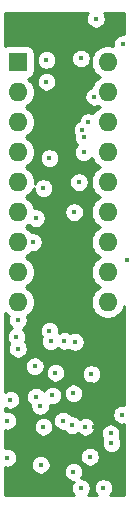
<source format=gbr>
G04 #@! TF.GenerationSoftware,KiCad,Pcbnew,5.1.5+dfsg1-2build2*
G04 #@! TF.CreationDate,2023-02-25T19:10:51+00:00*
G04 #@! TF.ProjectId,video-ram-replacement,76696465-6f2d-4726-916d-2d7265706c61,rev?*
G04 #@! TF.SameCoordinates,Original*
G04 #@! TF.FileFunction,Copper,L3,Inr*
G04 #@! TF.FilePolarity,Positive*
%FSLAX46Y46*%
G04 Gerber Fmt 4.6, Leading zero omitted, Abs format (unit mm)*
G04 Created by KiCad (PCBNEW 5.1.5+dfsg1-2build2) date 2023-02-25 19:10:51*
%MOMM*%
%LPD*%
G04 APERTURE LIST*
%ADD10O,1.600000X1.600000*%
%ADD11R,1.600000X1.600000*%
%ADD12C,0.400000*%
%ADD13C,0.254000*%
G04 APERTURE END LIST*
D10*
X105515000Y-89648000D03*
X97895000Y-109968000D03*
X105515000Y-92188000D03*
X97895000Y-107428000D03*
X105515000Y-94728000D03*
X97895000Y-104888000D03*
X105515000Y-97268000D03*
X97895000Y-102348000D03*
X105515000Y-99808000D03*
X97895000Y-99808000D03*
X105515000Y-102348000D03*
X97895000Y-97268000D03*
X105515000Y-104888000D03*
X97895000Y-94728000D03*
X105515000Y-107428000D03*
X97895000Y-92188000D03*
X105515000Y-109968000D03*
D11*
X97895000Y-89648000D03*
D12*
X103251000Y-89347000D03*
X104140000Y-116078000D03*
X97028000Y-123162000D03*
X99852685Y-123748796D03*
X105156000Y-125730000D03*
X97028000Y-120015000D03*
X101727000Y-120023000D03*
X97790000Y-112903000D03*
X97282000Y-118237000D03*
X105765420Y-121090698D03*
X102616000Y-117695002D03*
X100838000Y-117884998D03*
X104521000Y-85979000D03*
X100330000Y-91313000D03*
X102754000Y-113342648D03*
X101092000Y-115951000D03*
X100683000Y-113284000D03*
X103251000Y-91247000D03*
X98635000Y-121920000D03*
X97028000Y-122202000D03*
X101981000Y-93086803D03*
X104140000Y-116939000D03*
X106172000Y-117094000D03*
X104394000Y-120523000D03*
X106680000Y-121031000D03*
X106903639Y-125019539D03*
X97282000Y-117221000D03*
X101349267Y-110944128D03*
X101254000Y-122548000D03*
X99802591Y-118764409D03*
X100076000Y-120523000D03*
X101854000Y-113256000D03*
X105835000Y-121920000D03*
X100330000Y-89474000D03*
X102508286Y-120387133D03*
X102616000Y-124333000D03*
X103251000Y-125730000D03*
X103632000Y-120523000D03*
X104013000Y-123063000D03*
X100584000Y-112395000D03*
X99348228Y-115401873D03*
X103483195Y-96012000D03*
X103378000Y-95377000D03*
X107144000Y-106426000D03*
X100584000Y-97782000D03*
X102683175Y-102362000D03*
X100076000Y-100322000D03*
X103083185Y-99822000D03*
X99441000Y-102870000D03*
X103483195Y-97282000D03*
X99187000Y-104902000D03*
X103883205Y-94742000D03*
X106743990Y-119507000D03*
X104383205Y-92586803D03*
X99441000Y-117983000D03*
X97917000Y-113919000D03*
X97917000Y-111506000D03*
X106807000Y-88138000D03*
D13*
G36*
X103781033Y-85583479D02*
G01*
X103718089Y-85735440D01*
X103686000Y-85896760D01*
X103686000Y-86061240D01*
X103718089Y-86222560D01*
X103781033Y-86374521D01*
X103872413Y-86511281D01*
X103988719Y-86627587D01*
X104125479Y-86718967D01*
X104277440Y-86781911D01*
X104438760Y-86814000D01*
X104603240Y-86814000D01*
X104764560Y-86781911D01*
X104916521Y-86718967D01*
X105053281Y-86627587D01*
X105169587Y-86511281D01*
X105260967Y-86374521D01*
X105323911Y-86222560D01*
X105356000Y-86061240D01*
X105356000Y-85896760D01*
X105323911Y-85735440D01*
X105260967Y-85583479D01*
X105202515Y-85496000D01*
X106909001Y-85496000D01*
X106909001Y-87306931D01*
X106889240Y-87303000D01*
X106724760Y-87303000D01*
X106563440Y-87335089D01*
X106411479Y-87398033D01*
X106274719Y-87489413D01*
X106158413Y-87605719D01*
X106067033Y-87742479D01*
X106004089Y-87894440D01*
X105972000Y-88055760D01*
X105972000Y-88220240D01*
X105985835Y-88289794D01*
X105933574Y-88268147D01*
X105656335Y-88213000D01*
X105373665Y-88213000D01*
X105096426Y-88268147D01*
X104835273Y-88376320D01*
X104600241Y-88533363D01*
X104400363Y-88733241D01*
X104243320Y-88968273D01*
X104135147Y-89229426D01*
X104080000Y-89506665D01*
X104080000Y-89789335D01*
X104135147Y-90066574D01*
X104243320Y-90327727D01*
X104400363Y-90562759D01*
X104600241Y-90762637D01*
X104832759Y-90918000D01*
X104600241Y-91073363D01*
X104400363Y-91273241D01*
X104243320Y-91508273D01*
X104135147Y-91769426D01*
X104131607Y-91787221D01*
X103987684Y-91846836D01*
X103850924Y-91938216D01*
X103734618Y-92054522D01*
X103643238Y-92191282D01*
X103580294Y-92343243D01*
X103548205Y-92504563D01*
X103548205Y-92669043D01*
X103580294Y-92830363D01*
X103643238Y-92982324D01*
X103734618Y-93119084D01*
X103850924Y-93235390D01*
X103987684Y-93326770D01*
X104139645Y-93389714D01*
X104300965Y-93421803D01*
X104465445Y-93421803D01*
X104626765Y-93389714D01*
X104690840Y-93363173D01*
X104832759Y-93458000D01*
X104600241Y-93613363D01*
X104400363Y-93813241D01*
X104275194Y-94000570D01*
X104126765Y-93939089D01*
X103965445Y-93907000D01*
X103800965Y-93907000D01*
X103639645Y-93939089D01*
X103487684Y-94002033D01*
X103350924Y-94093413D01*
X103234618Y-94209719D01*
X103143238Y-94346479D01*
X103080294Y-94498440D01*
X103059033Y-94605323D01*
X102982479Y-94637033D01*
X102845719Y-94728413D01*
X102729413Y-94844719D01*
X102638033Y-94981479D01*
X102575089Y-95133440D01*
X102543000Y-95294760D01*
X102543000Y-95459240D01*
X102575089Y-95620560D01*
X102638033Y-95772521D01*
X102669966Y-95820312D01*
X102648195Y-95929760D01*
X102648195Y-96094240D01*
X102680284Y-96255560D01*
X102743228Y-96407521D01*
X102834608Y-96544281D01*
X102937327Y-96647000D01*
X102834608Y-96749719D01*
X102743228Y-96886479D01*
X102680284Y-97038440D01*
X102648195Y-97199760D01*
X102648195Y-97364240D01*
X102680284Y-97525560D01*
X102743228Y-97677521D01*
X102834608Y-97814281D01*
X102950914Y-97930587D01*
X103087674Y-98021967D01*
X103239635Y-98084911D01*
X103400955Y-98117000D01*
X103565435Y-98117000D01*
X103726755Y-98084911D01*
X103878716Y-98021967D01*
X104015476Y-97930587D01*
X104131782Y-97814281D01*
X104166514Y-97762301D01*
X104243320Y-97947727D01*
X104400363Y-98182759D01*
X104600241Y-98382637D01*
X104832759Y-98538000D01*
X104600241Y-98693363D01*
X104400363Y-98893241D01*
X104243320Y-99128273D01*
X104135147Y-99389426D01*
X104080000Y-99666665D01*
X104080000Y-99949335D01*
X104135147Y-100226574D01*
X104243320Y-100487727D01*
X104400363Y-100722759D01*
X104600241Y-100922637D01*
X104832759Y-101078000D01*
X104600241Y-101233363D01*
X104400363Y-101433241D01*
X104243320Y-101668273D01*
X104135147Y-101929426D01*
X104080000Y-102206665D01*
X104080000Y-102489335D01*
X104135147Y-102766574D01*
X104243320Y-103027727D01*
X104400363Y-103262759D01*
X104600241Y-103462637D01*
X104832759Y-103618000D01*
X104600241Y-103773363D01*
X104400363Y-103973241D01*
X104243320Y-104208273D01*
X104135147Y-104469426D01*
X104080000Y-104746665D01*
X104080000Y-105029335D01*
X104135147Y-105306574D01*
X104243320Y-105567727D01*
X104400363Y-105802759D01*
X104600241Y-106002637D01*
X104832759Y-106158000D01*
X104600241Y-106313363D01*
X104400363Y-106513241D01*
X104243320Y-106748273D01*
X104135147Y-107009426D01*
X104080000Y-107286665D01*
X104080000Y-107569335D01*
X104135147Y-107846574D01*
X104243320Y-108107727D01*
X104400363Y-108342759D01*
X104600241Y-108542637D01*
X104832759Y-108698000D01*
X104600241Y-108853363D01*
X104400363Y-109053241D01*
X104243320Y-109288273D01*
X104135147Y-109549426D01*
X104080000Y-109826665D01*
X104080000Y-110109335D01*
X104135147Y-110386574D01*
X104243320Y-110647727D01*
X104400363Y-110882759D01*
X104600241Y-111082637D01*
X104835273Y-111239680D01*
X105096426Y-111347853D01*
X105373665Y-111403000D01*
X105656335Y-111403000D01*
X105933574Y-111347853D01*
X106194727Y-111239680D01*
X106429759Y-111082637D01*
X106629637Y-110882759D01*
X106786680Y-110647727D01*
X106894853Y-110386574D01*
X106909000Y-110315452D01*
X106909000Y-118688464D01*
X106826230Y-118672000D01*
X106661750Y-118672000D01*
X106500430Y-118704089D01*
X106348469Y-118767033D01*
X106211709Y-118858413D01*
X106095403Y-118974719D01*
X106004023Y-119111479D01*
X105941079Y-119263440D01*
X105908990Y-119424760D01*
X105908990Y-119589240D01*
X105941079Y-119750560D01*
X106004023Y-119902521D01*
X106095403Y-120039281D01*
X106211709Y-120155587D01*
X106348469Y-120246967D01*
X106500430Y-120309911D01*
X106661750Y-120342000D01*
X106826230Y-120342000D01*
X106909000Y-120325536D01*
X106909000Y-120363582D01*
X106909001Y-122725781D01*
X106909000Y-123995781D01*
X106909000Y-123995782D01*
X106909001Y-126340000D01*
X105726868Y-126340000D01*
X105804587Y-126262281D01*
X105895967Y-126125521D01*
X105958911Y-125973560D01*
X105991000Y-125812240D01*
X105991000Y-125647760D01*
X105958911Y-125486440D01*
X105895967Y-125334479D01*
X105804587Y-125197719D01*
X105688281Y-125081413D01*
X105551521Y-124990033D01*
X105399560Y-124927089D01*
X105238240Y-124895000D01*
X105073760Y-124895000D01*
X104912440Y-124927089D01*
X104760479Y-124990033D01*
X104623719Y-125081413D01*
X104507413Y-125197719D01*
X104416033Y-125334479D01*
X104353089Y-125486440D01*
X104321000Y-125647760D01*
X104321000Y-125812240D01*
X104353089Y-125973560D01*
X104416033Y-126125521D01*
X104507413Y-126262281D01*
X104585132Y-126340000D01*
X103821868Y-126340000D01*
X103899587Y-126262281D01*
X103990967Y-126125521D01*
X104053911Y-125973560D01*
X104086000Y-125812240D01*
X104086000Y-125647760D01*
X104053911Y-125486440D01*
X103990967Y-125334479D01*
X103899587Y-125197719D01*
X103783281Y-125081413D01*
X103646521Y-124990033D01*
X103494560Y-124927089D01*
X103333240Y-124895000D01*
X103234868Y-124895000D01*
X103264587Y-124865281D01*
X103355967Y-124728521D01*
X103418911Y-124576560D01*
X103451000Y-124415240D01*
X103451000Y-124250760D01*
X103418911Y-124089440D01*
X103355967Y-123937479D01*
X103264587Y-123800719D01*
X103148281Y-123684413D01*
X103011521Y-123593033D01*
X102859560Y-123530089D01*
X102698240Y-123498000D01*
X102533760Y-123498000D01*
X102372440Y-123530089D01*
X102220479Y-123593033D01*
X102083719Y-123684413D01*
X101967413Y-123800719D01*
X101876033Y-123937479D01*
X101813089Y-124089440D01*
X101781000Y-124250760D01*
X101781000Y-124415240D01*
X101813089Y-124576560D01*
X101876033Y-124728521D01*
X101967413Y-124865281D01*
X102083719Y-124981587D01*
X102220479Y-125072967D01*
X102372440Y-125135911D01*
X102533760Y-125168000D01*
X102632132Y-125168000D01*
X102602413Y-125197719D01*
X102511033Y-125334479D01*
X102448089Y-125486440D01*
X102416000Y-125647760D01*
X102416000Y-125812240D01*
X102448089Y-125973560D01*
X102511033Y-126125521D01*
X102602413Y-126262281D01*
X102680132Y-126340000D01*
X96799000Y-126340000D01*
X96799000Y-123967807D01*
X96945760Y-123997000D01*
X97110240Y-123997000D01*
X97271560Y-123964911D01*
X97423521Y-123901967D01*
X97560281Y-123810587D01*
X97676587Y-123694281D01*
X97695112Y-123666556D01*
X99017685Y-123666556D01*
X99017685Y-123831036D01*
X99049774Y-123992356D01*
X99112718Y-124144317D01*
X99204098Y-124281077D01*
X99320404Y-124397383D01*
X99457164Y-124488763D01*
X99609125Y-124551707D01*
X99770445Y-124583796D01*
X99934925Y-124583796D01*
X100096245Y-124551707D01*
X100248206Y-124488763D01*
X100384966Y-124397383D01*
X100501272Y-124281077D01*
X100592652Y-124144317D01*
X100655596Y-123992356D01*
X100687685Y-123831036D01*
X100687685Y-123666556D01*
X100655596Y-123505236D01*
X100592652Y-123353275D01*
X100501272Y-123216515D01*
X100384966Y-123100209D01*
X100248206Y-123008829D01*
X100180442Y-122980760D01*
X103178000Y-122980760D01*
X103178000Y-123145240D01*
X103210089Y-123306560D01*
X103273033Y-123458521D01*
X103364413Y-123595281D01*
X103480719Y-123711587D01*
X103617479Y-123802967D01*
X103769440Y-123865911D01*
X103930760Y-123898000D01*
X104095240Y-123898000D01*
X104256560Y-123865911D01*
X104408521Y-123802967D01*
X104545281Y-123711587D01*
X104661587Y-123595281D01*
X104752967Y-123458521D01*
X104815911Y-123306560D01*
X104848000Y-123145240D01*
X104848000Y-122980760D01*
X104815911Y-122819440D01*
X104752967Y-122667479D01*
X104661587Y-122530719D01*
X104545281Y-122414413D01*
X104408521Y-122323033D01*
X104256560Y-122260089D01*
X104095240Y-122228000D01*
X103930760Y-122228000D01*
X103769440Y-122260089D01*
X103617479Y-122323033D01*
X103480719Y-122414413D01*
X103364413Y-122530719D01*
X103273033Y-122667479D01*
X103210089Y-122819440D01*
X103178000Y-122980760D01*
X100180442Y-122980760D01*
X100096245Y-122945885D01*
X99934925Y-122913796D01*
X99770445Y-122913796D01*
X99609125Y-122945885D01*
X99457164Y-123008829D01*
X99320404Y-123100209D01*
X99204098Y-123216515D01*
X99112718Y-123353275D01*
X99049774Y-123505236D01*
X99017685Y-123666556D01*
X97695112Y-123666556D01*
X97767967Y-123557521D01*
X97830911Y-123405560D01*
X97863000Y-123244240D01*
X97863000Y-123079760D01*
X97830911Y-122918440D01*
X97767967Y-122766479D01*
X97676587Y-122629719D01*
X97560281Y-122513413D01*
X97423521Y-122422033D01*
X97271560Y-122359089D01*
X97110240Y-122327000D01*
X96945760Y-122327000D01*
X96799000Y-122356193D01*
X96799000Y-120820807D01*
X96945760Y-120850000D01*
X97110240Y-120850000D01*
X97271560Y-120817911D01*
X97423521Y-120754967D01*
X97560281Y-120663587D01*
X97676587Y-120547281D01*
X97747761Y-120440760D01*
X99241000Y-120440760D01*
X99241000Y-120605240D01*
X99273089Y-120766560D01*
X99336033Y-120918521D01*
X99427413Y-121055281D01*
X99543719Y-121171587D01*
X99680479Y-121262967D01*
X99832440Y-121325911D01*
X99993760Y-121358000D01*
X100158240Y-121358000D01*
X100319560Y-121325911D01*
X100471521Y-121262967D01*
X100608281Y-121171587D01*
X100724587Y-121055281D01*
X100815967Y-120918521D01*
X100878911Y-120766560D01*
X100911000Y-120605240D01*
X100911000Y-120440760D01*
X100878911Y-120279440D01*
X100815967Y-120127479D01*
X100724587Y-119990719D01*
X100674628Y-119940760D01*
X100892000Y-119940760D01*
X100892000Y-120105240D01*
X100924089Y-120266560D01*
X100987033Y-120418521D01*
X101078413Y-120555281D01*
X101194719Y-120671587D01*
X101331479Y-120762967D01*
X101483440Y-120825911D01*
X101644760Y-120858000D01*
X101809240Y-120858000D01*
X101817558Y-120856345D01*
X101859699Y-120919414D01*
X101976005Y-121035720D01*
X102112765Y-121127100D01*
X102264726Y-121190044D01*
X102426046Y-121222133D01*
X102590526Y-121222133D01*
X102751846Y-121190044D01*
X102903807Y-121127100D01*
X102994580Y-121066448D01*
X103099719Y-121171587D01*
X103236479Y-121262967D01*
X103388440Y-121325911D01*
X103549760Y-121358000D01*
X103714240Y-121358000D01*
X103875560Y-121325911D01*
X104027521Y-121262967D01*
X104164281Y-121171587D01*
X104280587Y-121055281D01*
X104311873Y-121008458D01*
X104930420Y-121008458D01*
X104930420Y-121172938D01*
X104962509Y-121334258D01*
X105025453Y-121486219D01*
X105078189Y-121565144D01*
X105032089Y-121676440D01*
X105000000Y-121837760D01*
X105000000Y-122002240D01*
X105032089Y-122163560D01*
X105095033Y-122315521D01*
X105186413Y-122452281D01*
X105302719Y-122568587D01*
X105439479Y-122659967D01*
X105591440Y-122722911D01*
X105752760Y-122755000D01*
X105917240Y-122755000D01*
X106078560Y-122722911D01*
X106230521Y-122659967D01*
X106367281Y-122568587D01*
X106483587Y-122452281D01*
X106574967Y-122315521D01*
X106637911Y-122163560D01*
X106670000Y-122002240D01*
X106670000Y-121837760D01*
X106637911Y-121676440D01*
X106574967Y-121524479D01*
X106522231Y-121445554D01*
X106568331Y-121334258D01*
X106600420Y-121172938D01*
X106600420Y-121008458D01*
X106568331Y-120847138D01*
X106505387Y-120695177D01*
X106414007Y-120558417D01*
X106297701Y-120442111D01*
X106160941Y-120350731D01*
X106008980Y-120287787D01*
X105847660Y-120255698D01*
X105683180Y-120255698D01*
X105521860Y-120287787D01*
X105369899Y-120350731D01*
X105233139Y-120442111D01*
X105116833Y-120558417D01*
X105025453Y-120695177D01*
X104962509Y-120847138D01*
X104930420Y-121008458D01*
X104311873Y-121008458D01*
X104371967Y-120918521D01*
X104434911Y-120766560D01*
X104467000Y-120605240D01*
X104467000Y-120440760D01*
X104434911Y-120279440D01*
X104371967Y-120127479D01*
X104280587Y-119990719D01*
X104164281Y-119874413D01*
X104027521Y-119783033D01*
X103875560Y-119720089D01*
X103714240Y-119688000D01*
X103549760Y-119688000D01*
X103388440Y-119720089D01*
X103236479Y-119783033D01*
X103145706Y-119843685D01*
X103040567Y-119738546D01*
X102903807Y-119647166D01*
X102751846Y-119584222D01*
X102590526Y-119552133D01*
X102426046Y-119552133D01*
X102417728Y-119553788D01*
X102375587Y-119490719D01*
X102259281Y-119374413D01*
X102122521Y-119283033D01*
X101970560Y-119220089D01*
X101809240Y-119188000D01*
X101644760Y-119188000D01*
X101483440Y-119220089D01*
X101331479Y-119283033D01*
X101194719Y-119374413D01*
X101078413Y-119490719D01*
X100987033Y-119627479D01*
X100924089Y-119779440D01*
X100892000Y-119940760D01*
X100674628Y-119940760D01*
X100608281Y-119874413D01*
X100471521Y-119783033D01*
X100319560Y-119720089D01*
X100158240Y-119688000D01*
X99993760Y-119688000D01*
X99832440Y-119720089D01*
X99680479Y-119783033D01*
X99543719Y-119874413D01*
X99427413Y-119990719D01*
X99336033Y-120127479D01*
X99273089Y-120279440D01*
X99241000Y-120440760D01*
X97747761Y-120440760D01*
X97767967Y-120410521D01*
X97830911Y-120258560D01*
X97863000Y-120097240D01*
X97863000Y-119932760D01*
X97830911Y-119771440D01*
X97767967Y-119619479D01*
X97676587Y-119482719D01*
X97560281Y-119366413D01*
X97423521Y-119275033D01*
X97271560Y-119212089D01*
X97110240Y-119180000D01*
X96945760Y-119180000D01*
X96799000Y-119209193D01*
X96799000Y-118918515D01*
X96886479Y-118976967D01*
X97038440Y-119039911D01*
X97199760Y-119072000D01*
X97364240Y-119072000D01*
X97525560Y-119039911D01*
X97677521Y-118976967D01*
X97814281Y-118885587D01*
X97930587Y-118769281D01*
X98021967Y-118632521D01*
X98084911Y-118480560D01*
X98117000Y-118319240D01*
X98117000Y-118154760D01*
X98084911Y-117993440D01*
X98046522Y-117900760D01*
X98606000Y-117900760D01*
X98606000Y-118065240D01*
X98638089Y-118226560D01*
X98701033Y-118378521D01*
X98792413Y-118515281D01*
X98908719Y-118631587D01*
X98969565Y-118672243D01*
X98967591Y-118682169D01*
X98967591Y-118846649D01*
X98999680Y-119007969D01*
X99062624Y-119159930D01*
X99154004Y-119296690D01*
X99270310Y-119412996D01*
X99407070Y-119504376D01*
X99559031Y-119567320D01*
X99720351Y-119599409D01*
X99884831Y-119599409D01*
X100046151Y-119567320D01*
X100198112Y-119504376D01*
X100334872Y-119412996D01*
X100451178Y-119296690D01*
X100542558Y-119159930D01*
X100605502Y-119007969D01*
X100637591Y-118846649D01*
X100637591Y-118696492D01*
X100755760Y-118719998D01*
X100920240Y-118719998D01*
X101081560Y-118687909D01*
X101233521Y-118624965D01*
X101370281Y-118533585D01*
X101486587Y-118417279D01*
X101577967Y-118280519D01*
X101640911Y-118128558D01*
X101673000Y-117967238D01*
X101673000Y-117802758D01*
X101640911Y-117641438D01*
X101629034Y-117612762D01*
X101781000Y-117612762D01*
X101781000Y-117777242D01*
X101813089Y-117938562D01*
X101876033Y-118090523D01*
X101967413Y-118227283D01*
X102083719Y-118343589D01*
X102220479Y-118434969D01*
X102372440Y-118497913D01*
X102533760Y-118530002D01*
X102698240Y-118530002D01*
X102859560Y-118497913D01*
X103011521Y-118434969D01*
X103148281Y-118343589D01*
X103264587Y-118227283D01*
X103355967Y-118090523D01*
X103418911Y-117938562D01*
X103451000Y-117777242D01*
X103451000Y-117612762D01*
X103418911Y-117451442D01*
X103355967Y-117299481D01*
X103264587Y-117162721D01*
X103148281Y-117046415D01*
X103011521Y-116955035D01*
X102859560Y-116892091D01*
X102698240Y-116860002D01*
X102533760Y-116860002D01*
X102372440Y-116892091D01*
X102220479Y-116955035D01*
X102083719Y-117046415D01*
X101967413Y-117162721D01*
X101876033Y-117299481D01*
X101813089Y-117451442D01*
X101781000Y-117612762D01*
X101629034Y-117612762D01*
X101577967Y-117489477D01*
X101486587Y-117352717D01*
X101370281Y-117236411D01*
X101233521Y-117145031D01*
X101081560Y-117082087D01*
X100920240Y-117049998D01*
X100755760Y-117049998D01*
X100594440Y-117082087D01*
X100442479Y-117145031D01*
X100305719Y-117236411D01*
X100189413Y-117352717D01*
X100106759Y-117476418D01*
X100089587Y-117450719D01*
X99973281Y-117334413D01*
X99836521Y-117243033D01*
X99684560Y-117180089D01*
X99523240Y-117148000D01*
X99358760Y-117148000D01*
X99197440Y-117180089D01*
X99045479Y-117243033D01*
X98908719Y-117334413D01*
X98792413Y-117450719D01*
X98701033Y-117587479D01*
X98638089Y-117739440D01*
X98606000Y-117900760D01*
X98046522Y-117900760D01*
X98021967Y-117841479D01*
X97930587Y-117704719D01*
X97814281Y-117588413D01*
X97677521Y-117497033D01*
X97525560Y-117434089D01*
X97364240Y-117402000D01*
X97199760Y-117402000D01*
X97038440Y-117434089D01*
X96886479Y-117497033D01*
X96799000Y-117555485D01*
X96799000Y-115319633D01*
X98513228Y-115319633D01*
X98513228Y-115484113D01*
X98545317Y-115645433D01*
X98608261Y-115797394D01*
X98699641Y-115934154D01*
X98815947Y-116050460D01*
X98952707Y-116141840D01*
X99104668Y-116204784D01*
X99265988Y-116236873D01*
X99430468Y-116236873D01*
X99591788Y-116204784D01*
X99743749Y-116141840D01*
X99880509Y-116050460D01*
X99996815Y-115934154D01*
X100040509Y-115868760D01*
X100257000Y-115868760D01*
X100257000Y-116033240D01*
X100289089Y-116194560D01*
X100352033Y-116346521D01*
X100443413Y-116483281D01*
X100559719Y-116599587D01*
X100696479Y-116690967D01*
X100848440Y-116753911D01*
X101009760Y-116786000D01*
X101174240Y-116786000D01*
X101335560Y-116753911D01*
X101487521Y-116690967D01*
X101624281Y-116599587D01*
X101740587Y-116483281D01*
X101831967Y-116346521D01*
X101894911Y-116194560D01*
X101927000Y-116033240D01*
X101927000Y-115995760D01*
X103305000Y-115995760D01*
X103305000Y-116160240D01*
X103337089Y-116321560D01*
X103400033Y-116473521D01*
X103491413Y-116610281D01*
X103607719Y-116726587D01*
X103744479Y-116817967D01*
X103896440Y-116880911D01*
X104057760Y-116913000D01*
X104222240Y-116913000D01*
X104383560Y-116880911D01*
X104535521Y-116817967D01*
X104672281Y-116726587D01*
X104788587Y-116610281D01*
X104879967Y-116473521D01*
X104942911Y-116321560D01*
X104975000Y-116160240D01*
X104975000Y-115995760D01*
X104942911Y-115834440D01*
X104879967Y-115682479D01*
X104788587Y-115545719D01*
X104672281Y-115429413D01*
X104535521Y-115338033D01*
X104383560Y-115275089D01*
X104222240Y-115243000D01*
X104057760Y-115243000D01*
X103896440Y-115275089D01*
X103744479Y-115338033D01*
X103607719Y-115429413D01*
X103491413Y-115545719D01*
X103400033Y-115682479D01*
X103337089Y-115834440D01*
X103305000Y-115995760D01*
X101927000Y-115995760D01*
X101927000Y-115868760D01*
X101894911Y-115707440D01*
X101831967Y-115555479D01*
X101740587Y-115418719D01*
X101624281Y-115302413D01*
X101487521Y-115211033D01*
X101335560Y-115148089D01*
X101174240Y-115116000D01*
X101009760Y-115116000D01*
X100848440Y-115148089D01*
X100696479Y-115211033D01*
X100559719Y-115302413D01*
X100443413Y-115418719D01*
X100352033Y-115555479D01*
X100289089Y-115707440D01*
X100257000Y-115868760D01*
X100040509Y-115868760D01*
X100088195Y-115797394D01*
X100151139Y-115645433D01*
X100183228Y-115484113D01*
X100183228Y-115319633D01*
X100151139Y-115158313D01*
X100088195Y-115006352D01*
X99996815Y-114869592D01*
X99880509Y-114753286D01*
X99743749Y-114661906D01*
X99591788Y-114598962D01*
X99430468Y-114566873D01*
X99265988Y-114566873D01*
X99104668Y-114598962D01*
X98952707Y-114661906D01*
X98815947Y-114753286D01*
X98699641Y-114869592D01*
X98608261Y-115006352D01*
X98545317Y-115158313D01*
X98513228Y-115319633D01*
X96799000Y-115319633D01*
X96799000Y-110901396D01*
X96980241Y-111082637D01*
X97143407Y-111191661D01*
X97114089Y-111262440D01*
X97082000Y-111423760D01*
X97082000Y-111588240D01*
X97114089Y-111749560D01*
X97177033Y-111901521D01*
X97268413Y-112038281D01*
X97384719Y-112154587D01*
X97396257Y-112162296D01*
X97394479Y-112163033D01*
X97257719Y-112254413D01*
X97141413Y-112370719D01*
X97050033Y-112507479D01*
X96987089Y-112659440D01*
X96955000Y-112820760D01*
X96955000Y-112985240D01*
X96987089Y-113146560D01*
X97050033Y-113298521D01*
X97141413Y-113435281D01*
X97198093Y-113491961D01*
X97177033Y-113523479D01*
X97114089Y-113675440D01*
X97082000Y-113836760D01*
X97082000Y-114001240D01*
X97114089Y-114162560D01*
X97177033Y-114314521D01*
X97268413Y-114451281D01*
X97384719Y-114567587D01*
X97521479Y-114658967D01*
X97673440Y-114721911D01*
X97834760Y-114754000D01*
X97999240Y-114754000D01*
X98160560Y-114721911D01*
X98312521Y-114658967D01*
X98449281Y-114567587D01*
X98565587Y-114451281D01*
X98656967Y-114314521D01*
X98719911Y-114162560D01*
X98752000Y-114001240D01*
X98752000Y-113836760D01*
X98719911Y-113675440D01*
X98656967Y-113523479D01*
X98565587Y-113386719D01*
X98508907Y-113330039D01*
X98529967Y-113298521D01*
X98592911Y-113146560D01*
X98625000Y-112985240D01*
X98625000Y-112820760D01*
X98592911Y-112659440D01*
X98529967Y-112507479D01*
X98438587Y-112370719D01*
X98380628Y-112312760D01*
X99749000Y-112312760D01*
X99749000Y-112477240D01*
X99781089Y-112638560D01*
X99844033Y-112790521D01*
X99930195Y-112919472D01*
X99880089Y-113040440D01*
X99848000Y-113201760D01*
X99848000Y-113366240D01*
X99880089Y-113527560D01*
X99943033Y-113679521D01*
X100034413Y-113816281D01*
X100150719Y-113932587D01*
X100287479Y-114023967D01*
X100439440Y-114086911D01*
X100600760Y-114119000D01*
X100765240Y-114119000D01*
X100926560Y-114086911D01*
X101078521Y-114023967D01*
X101215281Y-113932587D01*
X101282500Y-113865368D01*
X101321719Y-113904587D01*
X101458479Y-113995967D01*
X101610440Y-114058911D01*
X101771760Y-114091000D01*
X101936240Y-114091000D01*
X102097560Y-114058911D01*
X102236730Y-114001265D01*
X102358479Y-114082615D01*
X102510440Y-114145559D01*
X102671760Y-114177648D01*
X102836240Y-114177648D01*
X102997560Y-114145559D01*
X103149521Y-114082615D01*
X103286281Y-113991235D01*
X103402587Y-113874929D01*
X103493967Y-113738169D01*
X103556911Y-113586208D01*
X103589000Y-113424888D01*
X103589000Y-113260408D01*
X103556911Y-113099088D01*
X103493967Y-112947127D01*
X103402587Y-112810367D01*
X103286281Y-112694061D01*
X103149521Y-112602681D01*
X102997560Y-112539737D01*
X102836240Y-112507648D01*
X102671760Y-112507648D01*
X102510440Y-112539737D01*
X102371270Y-112597383D01*
X102249521Y-112516033D01*
X102097560Y-112453089D01*
X101936240Y-112421000D01*
X101771760Y-112421000D01*
X101610440Y-112453089D01*
X101458479Y-112516033D01*
X101404049Y-112552402D01*
X101419000Y-112477240D01*
X101419000Y-112312760D01*
X101386911Y-112151440D01*
X101323967Y-111999479D01*
X101232587Y-111862719D01*
X101116281Y-111746413D01*
X100979521Y-111655033D01*
X100827560Y-111592089D01*
X100666240Y-111560000D01*
X100501760Y-111560000D01*
X100340440Y-111592089D01*
X100188479Y-111655033D01*
X100051719Y-111746413D01*
X99935413Y-111862719D01*
X99844033Y-111999479D01*
X99781089Y-112151440D01*
X99749000Y-112312760D01*
X98380628Y-112312760D01*
X98322281Y-112254413D01*
X98310743Y-112246704D01*
X98312521Y-112245967D01*
X98449281Y-112154587D01*
X98565587Y-112038281D01*
X98656967Y-111901521D01*
X98719911Y-111749560D01*
X98752000Y-111588240D01*
X98752000Y-111423760D01*
X98719911Y-111262440D01*
X98681055Y-111168634D01*
X98809759Y-111082637D01*
X99009637Y-110882759D01*
X99166680Y-110647727D01*
X99274853Y-110386574D01*
X99330000Y-110109335D01*
X99330000Y-109826665D01*
X99274853Y-109549426D01*
X99166680Y-109288273D01*
X99009637Y-109053241D01*
X98809759Y-108853363D01*
X98577241Y-108698000D01*
X98809759Y-108542637D01*
X99009637Y-108342759D01*
X99166680Y-108107727D01*
X99274853Y-107846574D01*
X99330000Y-107569335D01*
X99330000Y-107286665D01*
X99274853Y-107009426D01*
X99166680Y-106748273D01*
X99009637Y-106513241D01*
X98809759Y-106313363D01*
X98577241Y-106158000D01*
X98809759Y-106002637D01*
X99009637Y-105802759D01*
X99059580Y-105728013D01*
X99104760Y-105737000D01*
X99269240Y-105737000D01*
X99430560Y-105704911D01*
X99582521Y-105641967D01*
X99719281Y-105550587D01*
X99835587Y-105434281D01*
X99926967Y-105297521D01*
X99989911Y-105145560D01*
X100022000Y-104984240D01*
X100022000Y-104819760D01*
X99989911Y-104658440D01*
X99926967Y-104506479D01*
X99835587Y-104369719D01*
X99719281Y-104253413D01*
X99582521Y-104162033D01*
X99430560Y-104099089D01*
X99269240Y-104067000D01*
X99104760Y-104067000D01*
X99076095Y-104072702D01*
X99009637Y-103973241D01*
X98809759Y-103773363D01*
X98577241Y-103618000D01*
X98809759Y-103462637D01*
X98831264Y-103441132D01*
X98908719Y-103518587D01*
X99045479Y-103609967D01*
X99197440Y-103672911D01*
X99358760Y-103705000D01*
X99523240Y-103705000D01*
X99684560Y-103672911D01*
X99836521Y-103609967D01*
X99973281Y-103518587D01*
X100089587Y-103402281D01*
X100180967Y-103265521D01*
X100243911Y-103113560D01*
X100276000Y-102952240D01*
X100276000Y-102787760D01*
X100243911Y-102626440D01*
X100180967Y-102474479D01*
X100089587Y-102337719D01*
X100031628Y-102279760D01*
X101848175Y-102279760D01*
X101848175Y-102444240D01*
X101880264Y-102605560D01*
X101943208Y-102757521D01*
X102034588Y-102894281D01*
X102150894Y-103010587D01*
X102287654Y-103101967D01*
X102439615Y-103164911D01*
X102600935Y-103197000D01*
X102765415Y-103197000D01*
X102926735Y-103164911D01*
X103078696Y-103101967D01*
X103215456Y-103010587D01*
X103331762Y-102894281D01*
X103423142Y-102757521D01*
X103486086Y-102605560D01*
X103518175Y-102444240D01*
X103518175Y-102279760D01*
X103486086Y-102118440D01*
X103423142Y-101966479D01*
X103331762Y-101829719D01*
X103215456Y-101713413D01*
X103078696Y-101622033D01*
X102926735Y-101559089D01*
X102765415Y-101527000D01*
X102600935Y-101527000D01*
X102439615Y-101559089D01*
X102287654Y-101622033D01*
X102150894Y-101713413D01*
X102034588Y-101829719D01*
X101943208Y-101966479D01*
X101880264Y-102118440D01*
X101848175Y-102279760D01*
X100031628Y-102279760D01*
X99973281Y-102221413D01*
X99836521Y-102130033D01*
X99684560Y-102067089D01*
X99523240Y-102035000D01*
X99358760Y-102035000D01*
X99298248Y-102047037D01*
X99274853Y-101929426D01*
X99166680Y-101668273D01*
X99009637Y-101433241D01*
X98809759Y-101233363D01*
X98577241Y-101078000D01*
X98809759Y-100922637D01*
X99009637Y-100722759D01*
X99166680Y-100487727D01*
X99241000Y-100308302D01*
X99241000Y-100404240D01*
X99273089Y-100565560D01*
X99336033Y-100717521D01*
X99427413Y-100854281D01*
X99543719Y-100970587D01*
X99680479Y-101061967D01*
X99832440Y-101124911D01*
X99993760Y-101157000D01*
X100158240Y-101157000D01*
X100319560Y-101124911D01*
X100471521Y-101061967D01*
X100608281Y-100970587D01*
X100724587Y-100854281D01*
X100815967Y-100717521D01*
X100878911Y-100565560D01*
X100911000Y-100404240D01*
X100911000Y-100239760D01*
X100878911Y-100078440D01*
X100815967Y-99926479D01*
X100724587Y-99789719D01*
X100674628Y-99739760D01*
X102248185Y-99739760D01*
X102248185Y-99904240D01*
X102280274Y-100065560D01*
X102343218Y-100217521D01*
X102434598Y-100354281D01*
X102550904Y-100470587D01*
X102687664Y-100561967D01*
X102839625Y-100624911D01*
X103000945Y-100657000D01*
X103165425Y-100657000D01*
X103326745Y-100624911D01*
X103478706Y-100561967D01*
X103615466Y-100470587D01*
X103731772Y-100354281D01*
X103823152Y-100217521D01*
X103886096Y-100065560D01*
X103918185Y-99904240D01*
X103918185Y-99739760D01*
X103886096Y-99578440D01*
X103823152Y-99426479D01*
X103731772Y-99289719D01*
X103615466Y-99173413D01*
X103478706Y-99082033D01*
X103326745Y-99019089D01*
X103165425Y-98987000D01*
X103000945Y-98987000D01*
X102839625Y-99019089D01*
X102687664Y-99082033D01*
X102550904Y-99173413D01*
X102434598Y-99289719D01*
X102343218Y-99426479D01*
X102280274Y-99578440D01*
X102248185Y-99739760D01*
X100674628Y-99739760D01*
X100608281Y-99673413D01*
X100471521Y-99582033D01*
X100319560Y-99519089D01*
X100158240Y-99487000D01*
X99993760Y-99487000D01*
X99832440Y-99519089D01*
X99680479Y-99582033D01*
X99543719Y-99673413D01*
X99427413Y-99789719D01*
X99336033Y-99926479D01*
X99330000Y-99941044D01*
X99330000Y-99666665D01*
X99274853Y-99389426D01*
X99166680Y-99128273D01*
X99009637Y-98893241D01*
X98809759Y-98693363D01*
X98577241Y-98538000D01*
X98809759Y-98382637D01*
X99009637Y-98182759D01*
X99166680Y-97947727D01*
X99269391Y-97699760D01*
X99749000Y-97699760D01*
X99749000Y-97864240D01*
X99781089Y-98025560D01*
X99844033Y-98177521D01*
X99935413Y-98314281D01*
X100051719Y-98430587D01*
X100188479Y-98521967D01*
X100340440Y-98584911D01*
X100501760Y-98617000D01*
X100666240Y-98617000D01*
X100827560Y-98584911D01*
X100979521Y-98521967D01*
X101116281Y-98430587D01*
X101232587Y-98314281D01*
X101323967Y-98177521D01*
X101386911Y-98025560D01*
X101419000Y-97864240D01*
X101419000Y-97699760D01*
X101386911Y-97538440D01*
X101323967Y-97386479D01*
X101232587Y-97249719D01*
X101116281Y-97133413D01*
X100979521Y-97042033D01*
X100827560Y-96979089D01*
X100666240Y-96947000D01*
X100501760Y-96947000D01*
X100340440Y-96979089D01*
X100188479Y-97042033D01*
X100051719Y-97133413D01*
X99935413Y-97249719D01*
X99844033Y-97386479D01*
X99781089Y-97538440D01*
X99749000Y-97699760D01*
X99269391Y-97699760D01*
X99274853Y-97686574D01*
X99330000Y-97409335D01*
X99330000Y-97126665D01*
X99274853Y-96849426D01*
X99166680Y-96588273D01*
X99009637Y-96353241D01*
X98809759Y-96153363D01*
X98577241Y-95998000D01*
X98809759Y-95842637D01*
X99009637Y-95642759D01*
X99166680Y-95407727D01*
X99274853Y-95146574D01*
X99330000Y-94869335D01*
X99330000Y-94586665D01*
X99274853Y-94309426D01*
X99166680Y-94048273D01*
X99009637Y-93813241D01*
X98809759Y-93613363D01*
X98577241Y-93458000D01*
X98809759Y-93302637D01*
X99009637Y-93102759D01*
X99166680Y-92867727D01*
X99274853Y-92606574D01*
X99330000Y-92329335D01*
X99330000Y-92046665D01*
X99274853Y-91769426D01*
X99166680Y-91508273D01*
X99009637Y-91273241D01*
X98967156Y-91230760D01*
X99495000Y-91230760D01*
X99495000Y-91395240D01*
X99527089Y-91556560D01*
X99590033Y-91708521D01*
X99681413Y-91845281D01*
X99797719Y-91961587D01*
X99934479Y-92052967D01*
X100086440Y-92115911D01*
X100247760Y-92148000D01*
X100412240Y-92148000D01*
X100573560Y-92115911D01*
X100725521Y-92052967D01*
X100862281Y-91961587D01*
X100978587Y-91845281D01*
X101069967Y-91708521D01*
X101132911Y-91556560D01*
X101165000Y-91395240D01*
X101165000Y-91230760D01*
X101132911Y-91069440D01*
X101069967Y-90917479D01*
X100978587Y-90780719D01*
X100862281Y-90664413D01*
X100725521Y-90573033D01*
X100573560Y-90510089D01*
X100412240Y-90478000D01*
X100247760Y-90478000D01*
X100086440Y-90510089D01*
X99934479Y-90573033D01*
X99797719Y-90664413D01*
X99681413Y-90780719D01*
X99590033Y-90917479D01*
X99527089Y-91069440D01*
X99495000Y-91230760D01*
X98967156Y-91230760D01*
X98811039Y-91074643D01*
X98819482Y-91073812D01*
X98939180Y-91037502D01*
X99049494Y-90978537D01*
X99146185Y-90899185D01*
X99225537Y-90802494D01*
X99284502Y-90692180D01*
X99320812Y-90572482D01*
X99333072Y-90448000D01*
X99333072Y-89391760D01*
X99495000Y-89391760D01*
X99495000Y-89556240D01*
X99527089Y-89717560D01*
X99590033Y-89869521D01*
X99681413Y-90006281D01*
X99797719Y-90122587D01*
X99934479Y-90213967D01*
X100086440Y-90276911D01*
X100247760Y-90309000D01*
X100412240Y-90309000D01*
X100573560Y-90276911D01*
X100725521Y-90213967D01*
X100862281Y-90122587D01*
X100978587Y-90006281D01*
X101069967Y-89869521D01*
X101132911Y-89717560D01*
X101165000Y-89556240D01*
X101165000Y-89391760D01*
X101139738Y-89264760D01*
X102416000Y-89264760D01*
X102416000Y-89429240D01*
X102448089Y-89590560D01*
X102511033Y-89742521D01*
X102602413Y-89879281D01*
X102718719Y-89995587D01*
X102855479Y-90086967D01*
X103007440Y-90149911D01*
X103168760Y-90182000D01*
X103333240Y-90182000D01*
X103494560Y-90149911D01*
X103646521Y-90086967D01*
X103783281Y-89995587D01*
X103899587Y-89879281D01*
X103990967Y-89742521D01*
X104053911Y-89590560D01*
X104086000Y-89429240D01*
X104086000Y-89264760D01*
X104053911Y-89103440D01*
X103990967Y-88951479D01*
X103899587Y-88814719D01*
X103783281Y-88698413D01*
X103646521Y-88607033D01*
X103494560Y-88544089D01*
X103333240Y-88512000D01*
X103168760Y-88512000D01*
X103007440Y-88544089D01*
X102855479Y-88607033D01*
X102718719Y-88698413D01*
X102602413Y-88814719D01*
X102511033Y-88951479D01*
X102448089Y-89103440D01*
X102416000Y-89264760D01*
X101139738Y-89264760D01*
X101132911Y-89230440D01*
X101069967Y-89078479D01*
X100978587Y-88941719D01*
X100862281Y-88825413D01*
X100725521Y-88734033D01*
X100573560Y-88671089D01*
X100412240Y-88639000D01*
X100247760Y-88639000D01*
X100086440Y-88671089D01*
X99934479Y-88734033D01*
X99797719Y-88825413D01*
X99681413Y-88941719D01*
X99590033Y-89078479D01*
X99527089Y-89230440D01*
X99495000Y-89391760D01*
X99333072Y-89391760D01*
X99333072Y-88848000D01*
X99320812Y-88723518D01*
X99284502Y-88603820D01*
X99225537Y-88493506D01*
X99146185Y-88396815D01*
X99049494Y-88317463D01*
X98939180Y-88258498D01*
X98819482Y-88222188D01*
X98695000Y-88209928D01*
X97095000Y-88209928D01*
X96970518Y-88222188D01*
X96850820Y-88258498D01*
X96799000Y-88286197D01*
X96799000Y-85496000D01*
X103839485Y-85496000D01*
X103781033Y-85583479D01*
G37*
X103781033Y-85583479D02*
X103718089Y-85735440D01*
X103686000Y-85896760D01*
X103686000Y-86061240D01*
X103718089Y-86222560D01*
X103781033Y-86374521D01*
X103872413Y-86511281D01*
X103988719Y-86627587D01*
X104125479Y-86718967D01*
X104277440Y-86781911D01*
X104438760Y-86814000D01*
X104603240Y-86814000D01*
X104764560Y-86781911D01*
X104916521Y-86718967D01*
X105053281Y-86627587D01*
X105169587Y-86511281D01*
X105260967Y-86374521D01*
X105323911Y-86222560D01*
X105356000Y-86061240D01*
X105356000Y-85896760D01*
X105323911Y-85735440D01*
X105260967Y-85583479D01*
X105202515Y-85496000D01*
X106909001Y-85496000D01*
X106909001Y-87306931D01*
X106889240Y-87303000D01*
X106724760Y-87303000D01*
X106563440Y-87335089D01*
X106411479Y-87398033D01*
X106274719Y-87489413D01*
X106158413Y-87605719D01*
X106067033Y-87742479D01*
X106004089Y-87894440D01*
X105972000Y-88055760D01*
X105972000Y-88220240D01*
X105985835Y-88289794D01*
X105933574Y-88268147D01*
X105656335Y-88213000D01*
X105373665Y-88213000D01*
X105096426Y-88268147D01*
X104835273Y-88376320D01*
X104600241Y-88533363D01*
X104400363Y-88733241D01*
X104243320Y-88968273D01*
X104135147Y-89229426D01*
X104080000Y-89506665D01*
X104080000Y-89789335D01*
X104135147Y-90066574D01*
X104243320Y-90327727D01*
X104400363Y-90562759D01*
X104600241Y-90762637D01*
X104832759Y-90918000D01*
X104600241Y-91073363D01*
X104400363Y-91273241D01*
X104243320Y-91508273D01*
X104135147Y-91769426D01*
X104131607Y-91787221D01*
X103987684Y-91846836D01*
X103850924Y-91938216D01*
X103734618Y-92054522D01*
X103643238Y-92191282D01*
X103580294Y-92343243D01*
X103548205Y-92504563D01*
X103548205Y-92669043D01*
X103580294Y-92830363D01*
X103643238Y-92982324D01*
X103734618Y-93119084D01*
X103850924Y-93235390D01*
X103987684Y-93326770D01*
X104139645Y-93389714D01*
X104300965Y-93421803D01*
X104465445Y-93421803D01*
X104626765Y-93389714D01*
X104690840Y-93363173D01*
X104832759Y-93458000D01*
X104600241Y-93613363D01*
X104400363Y-93813241D01*
X104275194Y-94000570D01*
X104126765Y-93939089D01*
X103965445Y-93907000D01*
X103800965Y-93907000D01*
X103639645Y-93939089D01*
X103487684Y-94002033D01*
X103350924Y-94093413D01*
X103234618Y-94209719D01*
X103143238Y-94346479D01*
X103080294Y-94498440D01*
X103059033Y-94605323D01*
X102982479Y-94637033D01*
X102845719Y-94728413D01*
X102729413Y-94844719D01*
X102638033Y-94981479D01*
X102575089Y-95133440D01*
X102543000Y-95294760D01*
X102543000Y-95459240D01*
X102575089Y-95620560D01*
X102638033Y-95772521D01*
X102669966Y-95820312D01*
X102648195Y-95929760D01*
X102648195Y-96094240D01*
X102680284Y-96255560D01*
X102743228Y-96407521D01*
X102834608Y-96544281D01*
X102937327Y-96647000D01*
X102834608Y-96749719D01*
X102743228Y-96886479D01*
X102680284Y-97038440D01*
X102648195Y-97199760D01*
X102648195Y-97364240D01*
X102680284Y-97525560D01*
X102743228Y-97677521D01*
X102834608Y-97814281D01*
X102950914Y-97930587D01*
X103087674Y-98021967D01*
X103239635Y-98084911D01*
X103400955Y-98117000D01*
X103565435Y-98117000D01*
X103726755Y-98084911D01*
X103878716Y-98021967D01*
X104015476Y-97930587D01*
X104131782Y-97814281D01*
X104166514Y-97762301D01*
X104243320Y-97947727D01*
X104400363Y-98182759D01*
X104600241Y-98382637D01*
X104832759Y-98538000D01*
X104600241Y-98693363D01*
X104400363Y-98893241D01*
X104243320Y-99128273D01*
X104135147Y-99389426D01*
X104080000Y-99666665D01*
X104080000Y-99949335D01*
X104135147Y-100226574D01*
X104243320Y-100487727D01*
X104400363Y-100722759D01*
X104600241Y-100922637D01*
X104832759Y-101078000D01*
X104600241Y-101233363D01*
X104400363Y-101433241D01*
X104243320Y-101668273D01*
X104135147Y-101929426D01*
X104080000Y-102206665D01*
X104080000Y-102489335D01*
X104135147Y-102766574D01*
X104243320Y-103027727D01*
X104400363Y-103262759D01*
X104600241Y-103462637D01*
X104832759Y-103618000D01*
X104600241Y-103773363D01*
X104400363Y-103973241D01*
X104243320Y-104208273D01*
X104135147Y-104469426D01*
X104080000Y-104746665D01*
X104080000Y-105029335D01*
X104135147Y-105306574D01*
X104243320Y-105567727D01*
X104400363Y-105802759D01*
X104600241Y-106002637D01*
X104832759Y-106158000D01*
X104600241Y-106313363D01*
X104400363Y-106513241D01*
X104243320Y-106748273D01*
X104135147Y-107009426D01*
X104080000Y-107286665D01*
X104080000Y-107569335D01*
X104135147Y-107846574D01*
X104243320Y-108107727D01*
X104400363Y-108342759D01*
X104600241Y-108542637D01*
X104832759Y-108698000D01*
X104600241Y-108853363D01*
X104400363Y-109053241D01*
X104243320Y-109288273D01*
X104135147Y-109549426D01*
X104080000Y-109826665D01*
X104080000Y-110109335D01*
X104135147Y-110386574D01*
X104243320Y-110647727D01*
X104400363Y-110882759D01*
X104600241Y-111082637D01*
X104835273Y-111239680D01*
X105096426Y-111347853D01*
X105373665Y-111403000D01*
X105656335Y-111403000D01*
X105933574Y-111347853D01*
X106194727Y-111239680D01*
X106429759Y-111082637D01*
X106629637Y-110882759D01*
X106786680Y-110647727D01*
X106894853Y-110386574D01*
X106909000Y-110315452D01*
X106909000Y-118688464D01*
X106826230Y-118672000D01*
X106661750Y-118672000D01*
X106500430Y-118704089D01*
X106348469Y-118767033D01*
X106211709Y-118858413D01*
X106095403Y-118974719D01*
X106004023Y-119111479D01*
X105941079Y-119263440D01*
X105908990Y-119424760D01*
X105908990Y-119589240D01*
X105941079Y-119750560D01*
X106004023Y-119902521D01*
X106095403Y-120039281D01*
X106211709Y-120155587D01*
X106348469Y-120246967D01*
X106500430Y-120309911D01*
X106661750Y-120342000D01*
X106826230Y-120342000D01*
X106909000Y-120325536D01*
X106909000Y-120363582D01*
X106909001Y-122725781D01*
X106909000Y-123995781D01*
X106909000Y-123995782D01*
X106909001Y-126340000D01*
X105726868Y-126340000D01*
X105804587Y-126262281D01*
X105895967Y-126125521D01*
X105958911Y-125973560D01*
X105991000Y-125812240D01*
X105991000Y-125647760D01*
X105958911Y-125486440D01*
X105895967Y-125334479D01*
X105804587Y-125197719D01*
X105688281Y-125081413D01*
X105551521Y-124990033D01*
X105399560Y-124927089D01*
X105238240Y-124895000D01*
X105073760Y-124895000D01*
X104912440Y-124927089D01*
X104760479Y-124990033D01*
X104623719Y-125081413D01*
X104507413Y-125197719D01*
X104416033Y-125334479D01*
X104353089Y-125486440D01*
X104321000Y-125647760D01*
X104321000Y-125812240D01*
X104353089Y-125973560D01*
X104416033Y-126125521D01*
X104507413Y-126262281D01*
X104585132Y-126340000D01*
X103821868Y-126340000D01*
X103899587Y-126262281D01*
X103990967Y-126125521D01*
X104053911Y-125973560D01*
X104086000Y-125812240D01*
X104086000Y-125647760D01*
X104053911Y-125486440D01*
X103990967Y-125334479D01*
X103899587Y-125197719D01*
X103783281Y-125081413D01*
X103646521Y-124990033D01*
X103494560Y-124927089D01*
X103333240Y-124895000D01*
X103234868Y-124895000D01*
X103264587Y-124865281D01*
X103355967Y-124728521D01*
X103418911Y-124576560D01*
X103451000Y-124415240D01*
X103451000Y-124250760D01*
X103418911Y-124089440D01*
X103355967Y-123937479D01*
X103264587Y-123800719D01*
X103148281Y-123684413D01*
X103011521Y-123593033D01*
X102859560Y-123530089D01*
X102698240Y-123498000D01*
X102533760Y-123498000D01*
X102372440Y-123530089D01*
X102220479Y-123593033D01*
X102083719Y-123684413D01*
X101967413Y-123800719D01*
X101876033Y-123937479D01*
X101813089Y-124089440D01*
X101781000Y-124250760D01*
X101781000Y-124415240D01*
X101813089Y-124576560D01*
X101876033Y-124728521D01*
X101967413Y-124865281D01*
X102083719Y-124981587D01*
X102220479Y-125072967D01*
X102372440Y-125135911D01*
X102533760Y-125168000D01*
X102632132Y-125168000D01*
X102602413Y-125197719D01*
X102511033Y-125334479D01*
X102448089Y-125486440D01*
X102416000Y-125647760D01*
X102416000Y-125812240D01*
X102448089Y-125973560D01*
X102511033Y-126125521D01*
X102602413Y-126262281D01*
X102680132Y-126340000D01*
X96799000Y-126340000D01*
X96799000Y-123967807D01*
X96945760Y-123997000D01*
X97110240Y-123997000D01*
X97271560Y-123964911D01*
X97423521Y-123901967D01*
X97560281Y-123810587D01*
X97676587Y-123694281D01*
X97695112Y-123666556D01*
X99017685Y-123666556D01*
X99017685Y-123831036D01*
X99049774Y-123992356D01*
X99112718Y-124144317D01*
X99204098Y-124281077D01*
X99320404Y-124397383D01*
X99457164Y-124488763D01*
X99609125Y-124551707D01*
X99770445Y-124583796D01*
X99934925Y-124583796D01*
X100096245Y-124551707D01*
X100248206Y-124488763D01*
X100384966Y-124397383D01*
X100501272Y-124281077D01*
X100592652Y-124144317D01*
X100655596Y-123992356D01*
X100687685Y-123831036D01*
X100687685Y-123666556D01*
X100655596Y-123505236D01*
X100592652Y-123353275D01*
X100501272Y-123216515D01*
X100384966Y-123100209D01*
X100248206Y-123008829D01*
X100180442Y-122980760D01*
X103178000Y-122980760D01*
X103178000Y-123145240D01*
X103210089Y-123306560D01*
X103273033Y-123458521D01*
X103364413Y-123595281D01*
X103480719Y-123711587D01*
X103617479Y-123802967D01*
X103769440Y-123865911D01*
X103930760Y-123898000D01*
X104095240Y-123898000D01*
X104256560Y-123865911D01*
X104408521Y-123802967D01*
X104545281Y-123711587D01*
X104661587Y-123595281D01*
X104752967Y-123458521D01*
X104815911Y-123306560D01*
X104848000Y-123145240D01*
X104848000Y-122980760D01*
X104815911Y-122819440D01*
X104752967Y-122667479D01*
X104661587Y-122530719D01*
X104545281Y-122414413D01*
X104408521Y-122323033D01*
X104256560Y-122260089D01*
X104095240Y-122228000D01*
X103930760Y-122228000D01*
X103769440Y-122260089D01*
X103617479Y-122323033D01*
X103480719Y-122414413D01*
X103364413Y-122530719D01*
X103273033Y-122667479D01*
X103210089Y-122819440D01*
X103178000Y-122980760D01*
X100180442Y-122980760D01*
X100096245Y-122945885D01*
X99934925Y-122913796D01*
X99770445Y-122913796D01*
X99609125Y-122945885D01*
X99457164Y-123008829D01*
X99320404Y-123100209D01*
X99204098Y-123216515D01*
X99112718Y-123353275D01*
X99049774Y-123505236D01*
X99017685Y-123666556D01*
X97695112Y-123666556D01*
X97767967Y-123557521D01*
X97830911Y-123405560D01*
X97863000Y-123244240D01*
X97863000Y-123079760D01*
X97830911Y-122918440D01*
X97767967Y-122766479D01*
X97676587Y-122629719D01*
X97560281Y-122513413D01*
X97423521Y-122422033D01*
X97271560Y-122359089D01*
X97110240Y-122327000D01*
X96945760Y-122327000D01*
X96799000Y-122356193D01*
X96799000Y-120820807D01*
X96945760Y-120850000D01*
X97110240Y-120850000D01*
X97271560Y-120817911D01*
X97423521Y-120754967D01*
X97560281Y-120663587D01*
X97676587Y-120547281D01*
X97747761Y-120440760D01*
X99241000Y-120440760D01*
X99241000Y-120605240D01*
X99273089Y-120766560D01*
X99336033Y-120918521D01*
X99427413Y-121055281D01*
X99543719Y-121171587D01*
X99680479Y-121262967D01*
X99832440Y-121325911D01*
X99993760Y-121358000D01*
X100158240Y-121358000D01*
X100319560Y-121325911D01*
X100471521Y-121262967D01*
X100608281Y-121171587D01*
X100724587Y-121055281D01*
X100815967Y-120918521D01*
X100878911Y-120766560D01*
X100911000Y-120605240D01*
X100911000Y-120440760D01*
X100878911Y-120279440D01*
X100815967Y-120127479D01*
X100724587Y-119990719D01*
X100674628Y-119940760D01*
X100892000Y-119940760D01*
X100892000Y-120105240D01*
X100924089Y-120266560D01*
X100987033Y-120418521D01*
X101078413Y-120555281D01*
X101194719Y-120671587D01*
X101331479Y-120762967D01*
X101483440Y-120825911D01*
X101644760Y-120858000D01*
X101809240Y-120858000D01*
X101817558Y-120856345D01*
X101859699Y-120919414D01*
X101976005Y-121035720D01*
X102112765Y-121127100D01*
X102264726Y-121190044D01*
X102426046Y-121222133D01*
X102590526Y-121222133D01*
X102751846Y-121190044D01*
X102903807Y-121127100D01*
X102994580Y-121066448D01*
X103099719Y-121171587D01*
X103236479Y-121262967D01*
X103388440Y-121325911D01*
X103549760Y-121358000D01*
X103714240Y-121358000D01*
X103875560Y-121325911D01*
X104027521Y-121262967D01*
X104164281Y-121171587D01*
X104280587Y-121055281D01*
X104311873Y-121008458D01*
X104930420Y-121008458D01*
X104930420Y-121172938D01*
X104962509Y-121334258D01*
X105025453Y-121486219D01*
X105078189Y-121565144D01*
X105032089Y-121676440D01*
X105000000Y-121837760D01*
X105000000Y-122002240D01*
X105032089Y-122163560D01*
X105095033Y-122315521D01*
X105186413Y-122452281D01*
X105302719Y-122568587D01*
X105439479Y-122659967D01*
X105591440Y-122722911D01*
X105752760Y-122755000D01*
X105917240Y-122755000D01*
X106078560Y-122722911D01*
X106230521Y-122659967D01*
X106367281Y-122568587D01*
X106483587Y-122452281D01*
X106574967Y-122315521D01*
X106637911Y-122163560D01*
X106670000Y-122002240D01*
X106670000Y-121837760D01*
X106637911Y-121676440D01*
X106574967Y-121524479D01*
X106522231Y-121445554D01*
X106568331Y-121334258D01*
X106600420Y-121172938D01*
X106600420Y-121008458D01*
X106568331Y-120847138D01*
X106505387Y-120695177D01*
X106414007Y-120558417D01*
X106297701Y-120442111D01*
X106160941Y-120350731D01*
X106008980Y-120287787D01*
X105847660Y-120255698D01*
X105683180Y-120255698D01*
X105521860Y-120287787D01*
X105369899Y-120350731D01*
X105233139Y-120442111D01*
X105116833Y-120558417D01*
X105025453Y-120695177D01*
X104962509Y-120847138D01*
X104930420Y-121008458D01*
X104311873Y-121008458D01*
X104371967Y-120918521D01*
X104434911Y-120766560D01*
X104467000Y-120605240D01*
X104467000Y-120440760D01*
X104434911Y-120279440D01*
X104371967Y-120127479D01*
X104280587Y-119990719D01*
X104164281Y-119874413D01*
X104027521Y-119783033D01*
X103875560Y-119720089D01*
X103714240Y-119688000D01*
X103549760Y-119688000D01*
X103388440Y-119720089D01*
X103236479Y-119783033D01*
X103145706Y-119843685D01*
X103040567Y-119738546D01*
X102903807Y-119647166D01*
X102751846Y-119584222D01*
X102590526Y-119552133D01*
X102426046Y-119552133D01*
X102417728Y-119553788D01*
X102375587Y-119490719D01*
X102259281Y-119374413D01*
X102122521Y-119283033D01*
X101970560Y-119220089D01*
X101809240Y-119188000D01*
X101644760Y-119188000D01*
X101483440Y-119220089D01*
X101331479Y-119283033D01*
X101194719Y-119374413D01*
X101078413Y-119490719D01*
X100987033Y-119627479D01*
X100924089Y-119779440D01*
X100892000Y-119940760D01*
X100674628Y-119940760D01*
X100608281Y-119874413D01*
X100471521Y-119783033D01*
X100319560Y-119720089D01*
X100158240Y-119688000D01*
X99993760Y-119688000D01*
X99832440Y-119720089D01*
X99680479Y-119783033D01*
X99543719Y-119874413D01*
X99427413Y-119990719D01*
X99336033Y-120127479D01*
X99273089Y-120279440D01*
X99241000Y-120440760D01*
X97747761Y-120440760D01*
X97767967Y-120410521D01*
X97830911Y-120258560D01*
X97863000Y-120097240D01*
X97863000Y-119932760D01*
X97830911Y-119771440D01*
X97767967Y-119619479D01*
X97676587Y-119482719D01*
X97560281Y-119366413D01*
X97423521Y-119275033D01*
X97271560Y-119212089D01*
X97110240Y-119180000D01*
X96945760Y-119180000D01*
X96799000Y-119209193D01*
X96799000Y-118918515D01*
X96886479Y-118976967D01*
X97038440Y-119039911D01*
X97199760Y-119072000D01*
X97364240Y-119072000D01*
X97525560Y-119039911D01*
X97677521Y-118976967D01*
X97814281Y-118885587D01*
X97930587Y-118769281D01*
X98021967Y-118632521D01*
X98084911Y-118480560D01*
X98117000Y-118319240D01*
X98117000Y-118154760D01*
X98084911Y-117993440D01*
X98046522Y-117900760D01*
X98606000Y-117900760D01*
X98606000Y-118065240D01*
X98638089Y-118226560D01*
X98701033Y-118378521D01*
X98792413Y-118515281D01*
X98908719Y-118631587D01*
X98969565Y-118672243D01*
X98967591Y-118682169D01*
X98967591Y-118846649D01*
X98999680Y-119007969D01*
X99062624Y-119159930D01*
X99154004Y-119296690D01*
X99270310Y-119412996D01*
X99407070Y-119504376D01*
X99559031Y-119567320D01*
X99720351Y-119599409D01*
X99884831Y-119599409D01*
X100046151Y-119567320D01*
X100198112Y-119504376D01*
X100334872Y-119412996D01*
X100451178Y-119296690D01*
X100542558Y-119159930D01*
X100605502Y-119007969D01*
X100637591Y-118846649D01*
X100637591Y-118696492D01*
X100755760Y-118719998D01*
X100920240Y-118719998D01*
X101081560Y-118687909D01*
X101233521Y-118624965D01*
X101370281Y-118533585D01*
X101486587Y-118417279D01*
X101577967Y-118280519D01*
X101640911Y-118128558D01*
X101673000Y-117967238D01*
X101673000Y-117802758D01*
X101640911Y-117641438D01*
X101629034Y-117612762D01*
X101781000Y-117612762D01*
X101781000Y-117777242D01*
X101813089Y-117938562D01*
X101876033Y-118090523D01*
X101967413Y-118227283D01*
X102083719Y-118343589D01*
X102220479Y-118434969D01*
X102372440Y-118497913D01*
X102533760Y-118530002D01*
X102698240Y-118530002D01*
X102859560Y-118497913D01*
X103011521Y-118434969D01*
X103148281Y-118343589D01*
X103264587Y-118227283D01*
X103355967Y-118090523D01*
X103418911Y-117938562D01*
X103451000Y-117777242D01*
X103451000Y-117612762D01*
X103418911Y-117451442D01*
X103355967Y-117299481D01*
X103264587Y-117162721D01*
X103148281Y-117046415D01*
X103011521Y-116955035D01*
X102859560Y-116892091D01*
X102698240Y-116860002D01*
X102533760Y-116860002D01*
X102372440Y-116892091D01*
X102220479Y-116955035D01*
X102083719Y-117046415D01*
X101967413Y-117162721D01*
X101876033Y-117299481D01*
X101813089Y-117451442D01*
X101781000Y-117612762D01*
X101629034Y-117612762D01*
X101577967Y-117489477D01*
X101486587Y-117352717D01*
X101370281Y-117236411D01*
X101233521Y-117145031D01*
X101081560Y-117082087D01*
X100920240Y-117049998D01*
X100755760Y-117049998D01*
X100594440Y-117082087D01*
X100442479Y-117145031D01*
X100305719Y-117236411D01*
X100189413Y-117352717D01*
X100106759Y-117476418D01*
X100089587Y-117450719D01*
X99973281Y-117334413D01*
X99836521Y-117243033D01*
X99684560Y-117180089D01*
X99523240Y-117148000D01*
X99358760Y-117148000D01*
X99197440Y-117180089D01*
X99045479Y-117243033D01*
X98908719Y-117334413D01*
X98792413Y-117450719D01*
X98701033Y-117587479D01*
X98638089Y-117739440D01*
X98606000Y-117900760D01*
X98046522Y-117900760D01*
X98021967Y-117841479D01*
X97930587Y-117704719D01*
X97814281Y-117588413D01*
X97677521Y-117497033D01*
X97525560Y-117434089D01*
X97364240Y-117402000D01*
X97199760Y-117402000D01*
X97038440Y-117434089D01*
X96886479Y-117497033D01*
X96799000Y-117555485D01*
X96799000Y-115319633D01*
X98513228Y-115319633D01*
X98513228Y-115484113D01*
X98545317Y-115645433D01*
X98608261Y-115797394D01*
X98699641Y-115934154D01*
X98815947Y-116050460D01*
X98952707Y-116141840D01*
X99104668Y-116204784D01*
X99265988Y-116236873D01*
X99430468Y-116236873D01*
X99591788Y-116204784D01*
X99743749Y-116141840D01*
X99880509Y-116050460D01*
X99996815Y-115934154D01*
X100040509Y-115868760D01*
X100257000Y-115868760D01*
X100257000Y-116033240D01*
X100289089Y-116194560D01*
X100352033Y-116346521D01*
X100443413Y-116483281D01*
X100559719Y-116599587D01*
X100696479Y-116690967D01*
X100848440Y-116753911D01*
X101009760Y-116786000D01*
X101174240Y-116786000D01*
X101335560Y-116753911D01*
X101487521Y-116690967D01*
X101624281Y-116599587D01*
X101740587Y-116483281D01*
X101831967Y-116346521D01*
X101894911Y-116194560D01*
X101927000Y-116033240D01*
X101927000Y-115995760D01*
X103305000Y-115995760D01*
X103305000Y-116160240D01*
X103337089Y-116321560D01*
X103400033Y-116473521D01*
X103491413Y-116610281D01*
X103607719Y-116726587D01*
X103744479Y-116817967D01*
X103896440Y-116880911D01*
X104057760Y-116913000D01*
X104222240Y-116913000D01*
X104383560Y-116880911D01*
X104535521Y-116817967D01*
X104672281Y-116726587D01*
X104788587Y-116610281D01*
X104879967Y-116473521D01*
X104942911Y-116321560D01*
X104975000Y-116160240D01*
X104975000Y-115995760D01*
X104942911Y-115834440D01*
X104879967Y-115682479D01*
X104788587Y-115545719D01*
X104672281Y-115429413D01*
X104535521Y-115338033D01*
X104383560Y-115275089D01*
X104222240Y-115243000D01*
X104057760Y-115243000D01*
X103896440Y-115275089D01*
X103744479Y-115338033D01*
X103607719Y-115429413D01*
X103491413Y-115545719D01*
X103400033Y-115682479D01*
X103337089Y-115834440D01*
X103305000Y-115995760D01*
X101927000Y-115995760D01*
X101927000Y-115868760D01*
X101894911Y-115707440D01*
X101831967Y-115555479D01*
X101740587Y-115418719D01*
X101624281Y-115302413D01*
X101487521Y-115211033D01*
X101335560Y-115148089D01*
X101174240Y-115116000D01*
X101009760Y-115116000D01*
X100848440Y-115148089D01*
X100696479Y-115211033D01*
X100559719Y-115302413D01*
X100443413Y-115418719D01*
X100352033Y-115555479D01*
X100289089Y-115707440D01*
X100257000Y-115868760D01*
X100040509Y-115868760D01*
X100088195Y-115797394D01*
X100151139Y-115645433D01*
X100183228Y-115484113D01*
X100183228Y-115319633D01*
X100151139Y-115158313D01*
X100088195Y-115006352D01*
X99996815Y-114869592D01*
X99880509Y-114753286D01*
X99743749Y-114661906D01*
X99591788Y-114598962D01*
X99430468Y-114566873D01*
X99265988Y-114566873D01*
X99104668Y-114598962D01*
X98952707Y-114661906D01*
X98815947Y-114753286D01*
X98699641Y-114869592D01*
X98608261Y-115006352D01*
X98545317Y-115158313D01*
X98513228Y-115319633D01*
X96799000Y-115319633D01*
X96799000Y-110901396D01*
X96980241Y-111082637D01*
X97143407Y-111191661D01*
X97114089Y-111262440D01*
X97082000Y-111423760D01*
X97082000Y-111588240D01*
X97114089Y-111749560D01*
X97177033Y-111901521D01*
X97268413Y-112038281D01*
X97384719Y-112154587D01*
X97396257Y-112162296D01*
X97394479Y-112163033D01*
X97257719Y-112254413D01*
X97141413Y-112370719D01*
X97050033Y-112507479D01*
X96987089Y-112659440D01*
X96955000Y-112820760D01*
X96955000Y-112985240D01*
X96987089Y-113146560D01*
X97050033Y-113298521D01*
X97141413Y-113435281D01*
X97198093Y-113491961D01*
X97177033Y-113523479D01*
X97114089Y-113675440D01*
X97082000Y-113836760D01*
X97082000Y-114001240D01*
X97114089Y-114162560D01*
X97177033Y-114314521D01*
X97268413Y-114451281D01*
X97384719Y-114567587D01*
X97521479Y-114658967D01*
X97673440Y-114721911D01*
X97834760Y-114754000D01*
X97999240Y-114754000D01*
X98160560Y-114721911D01*
X98312521Y-114658967D01*
X98449281Y-114567587D01*
X98565587Y-114451281D01*
X98656967Y-114314521D01*
X98719911Y-114162560D01*
X98752000Y-114001240D01*
X98752000Y-113836760D01*
X98719911Y-113675440D01*
X98656967Y-113523479D01*
X98565587Y-113386719D01*
X98508907Y-113330039D01*
X98529967Y-113298521D01*
X98592911Y-113146560D01*
X98625000Y-112985240D01*
X98625000Y-112820760D01*
X98592911Y-112659440D01*
X98529967Y-112507479D01*
X98438587Y-112370719D01*
X98380628Y-112312760D01*
X99749000Y-112312760D01*
X99749000Y-112477240D01*
X99781089Y-112638560D01*
X99844033Y-112790521D01*
X99930195Y-112919472D01*
X99880089Y-113040440D01*
X99848000Y-113201760D01*
X99848000Y-113366240D01*
X99880089Y-113527560D01*
X99943033Y-113679521D01*
X100034413Y-113816281D01*
X100150719Y-113932587D01*
X100287479Y-114023967D01*
X100439440Y-114086911D01*
X100600760Y-114119000D01*
X100765240Y-114119000D01*
X100926560Y-114086911D01*
X101078521Y-114023967D01*
X101215281Y-113932587D01*
X101282500Y-113865368D01*
X101321719Y-113904587D01*
X101458479Y-113995967D01*
X101610440Y-114058911D01*
X101771760Y-114091000D01*
X101936240Y-114091000D01*
X102097560Y-114058911D01*
X102236730Y-114001265D01*
X102358479Y-114082615D01*
X102510440Y-114145559D01*
X102671760Y-114177648D01*
X102836240Y-114177648D01*
X102997560Y-114145559D01*
X103149521Y-114082615D01*
X103286281Y-113991235D01*
X103402587Y-113874929D01*
X103493967Y-113738169D01*
X103556911Y-113586208D01*
X103589000Y-113424888D01*
X103589000Y-113260408D01*
X103556911Y-113099088D01*
X103493967Y-112947127D01*
X103402587Y-112810367D01*
X103286281Y-112694061D01*
X103149521Y-112602681D01*
X102997560Y-112539737D01*
X102836240Y-112507648D01*
X102671760Y-112507648D01*
X102510440Y-112539737D01*
X102371270Y-112597383D01*
X102249521Y-112516033D01*
X102097560Y-112453089D01*
X101936240Y-112421000D01*
X101771760Y-112421000D01*
X101610440Y-112453089D01*
X101458479Y-112516033D01*
X101404049Y-112552402D01*
X101419000Y-112477240D01*
X101419000Y-112312760D01*
X101386911Y-112151440D01*
X101323967Y-111999479D01*
X101232587Y-111862719D01*
X101116281Y-111746413D01*
X100979521Y-111655033D01*
X100827560Y-111592089D01*
X100666240Y-111560000D01*
X100501760Y-111560000D01*
X100340440Y-111592089D01*
X100188479Y-111655033D01*
X100051719Y-111746413D01*
X99935413Y-111862719D01*
X99844033Y-111999479D01*
X99781089Y-112151440D01*
X99749000Y-112312760D01*
X98380628Y-112312760D01*
X98322281Y-112254413D01*
X98310743Y-112246704D01*
X98312521Y-112245967D01*
X98449281Y-112154587D01*
X98565587Y-112038281D01*
X98656967Y-111901521D01*
X98719911Y-111749560D01*
X98752000Y-111588240D01*
X98752000Y-111423760D01*
X98719911Y-111262440D01*
X98681055Y-111168634D01*
X98809759Y-111082637D01*
X99009637Y-110882759D01*
X99166680Y-110647727D01*
X99274853Y-110386574D01*
X99330000Y-110109335D01*
X99330000Y-109826665D01*
X99274853Y-109549426D01*
X99166680Y-109288273D01*
X99009637Y-109053241D01*
X98809759Y-108853363D01*
X98577241Y-108698000D01*
X98809759Y-108542637D01*
X99009637Y-108342759D01*
X99166680Y-108107727D01*
X99274853Y-107846574D01*
X99330000Y-107569335D01*
X99330000Y-107286665D01*
X99274853Y-107009426D01*
X99166680Y-106748273D01*
X99009637Y-106513241D01*
X98809759Y-106313363D01*
X98577241Y-106158000D01*
X98809759Y-106002637D01*
X99009637Y-105802759D01*
X99059580Y-105728013D01*
X99104760Y-105737000D01*
X99269240Y-105737000D01*
X99430560Y-105704911D01*
X99582521Y-105641967D01*
X99719281Y-105550587D01*
X99835587Y-105434281D01*
X99926967Y-105297521D01*
X99989911Y-105145560D01*
X100022000Y-104984240D01*
X100022000Y-104819760D01*
X99989911Y-104658440D01*
X99926967Y-104506479D01*
X99835587Y-104369719D01*
X99719281Y-104253413D01*
X99582521Y-104162033D01*
X99430560Y-104099089D01*
X99269240Y-104067000D01*
X99104760Y-104067000D01*
X99076095Y-104072702D01*
X99009637Y-103973241D01*
X98809759Y-103773363D01*
X98577241Y-103618000D01*
X98809759Y-103462637D01*
X98831264Y-103441132D01*
X98908719Y-103518587D01*
X99045479Y-103609967D01*
X99197440Y-103672911D01*
X99358760Y-103705000D01*
X99523240Y-103705000D01*
X99684560Y-103672911D01*
X99836521Y-103609967D01*
X99973281Y-103518587D01*
X100089587Y-103402281D01*
X100180967Y-103265521D01*
X100243911Y-103113560D01*
X100276000Y-102952240D01*
X100276000Y-102787760D01*
X100243911Y-102626440D01*
X100180967Y-102474479D01*
X100089587Y-102337719D01*
X100031628Y-102279760D01*
X101848175Y-102279760D01*
X101848175Y-102444240D01*
X101880264Y-102605560D01*
X101943208Y-102757521D01*
X102034588Y-102894281D01*
X102150894Y-103010587D01*
X102287654Y-103101967D01*
X102439615Y-103164911D01*
X102600935Y-103197000D01*
X102765415Y-103197000D01*
X102926735Y-103164911D01*
X103078696Y-103101967D01*
X103215456Y-103010587D01*
X103331762Y-102894281D01*
X103423142Y-102757521D01*
X103486086Y-102605560D01*
X103518175Y-102444240D01*
X103518175Y-102279760D01*
X103486086Y-102118440D01*
X103423142Y-101966479D01*
X103331762Y-101829719D01*
X103215456Y-101713413D01*
X103078696Y-101622033D01*
X102926735Y-101559089D01*
X102765415Y-101527000D01*
X102600935Y-101527000D01*
X102439615Y-101559089D01*
X102287654Y-101622033D01*
X102150894Y-101713413D01*
X102034588Y-101829719D01*
X101943208Y-101966479D01*
X101880264Y-102118440D01*
X101848175Y-102279760D01*
X100031628Y-102279760D01*
X99973281Y-102221413D01*
X99836521Y-102130033D01*
X99684560Y-102067089D01*
X99523240Y-102035000D01*
X99358760Y-102035000D01*
X99298248Y-102047037D01*
X99274853Y-101929426D01*
X99166680Y-101668273D01*
X99009637Y-101433241D01*
X98809759Y-101233363D01*
X98577241Y-101078000D01*
X98809759Y-100922637D01*
X99009637Y-100722759D01*
X99166680Y-100487727D01*
X99241000Y-100308302D01*
X99241000Y-100404240D01*
X99273089Y-100565560D01*
X99336033Y-100717521D01*
X99427413Y-100854281D01*
X99543719Y-100970587D01*
X99680479Y-101061967D01*
X99832440Y-101124911D01*
X99993760Y-101157000D01*
X100158240Y-101157000D01*
X100319560Y-101124911D01*
X100471521Y-101061967D01*
X100608281Y-100970587D01*
X100724587Y-100854281D01*
X100815967Y-100717521D01*
X100878911Y-100565560D01*
X100911000Y-100404240D01*
X100911000Y-100239760D01*
X100878911Y-100078440D01*
X100815967Y-99926479D01*
X100724587Y-99789719D01*
X100674628Y-99739760D01*
X102248185Y-99739760D01*
X102248185Y-99904240D01*
X102280274Y-100065560D01*
X102343218Y-100217521D01*
X102434598Y-100354281D01*
X102550904Y-100470587D01*
X102687664Y-100561967D01*
X102839625Y-100624911D01*
X103000945Y-100657000D01*
X103165425Y-100657000D01*
X103326745Y-100624911D01*
X103478706Y-100561967D01*
X103615466Y-100470587D01*
X103731772Y-100354281D01*
X103823152Y-100217521D01*
X103886096Y-100065560D01*
X103918185Y-99904240D01*
X103918185Y-99739760D01*
X103886096Y-99578440D01*
X103823152Y-99426479D01*
X103731772Y-99289719D01*
X103615466Y-99173413D01*
X103478706Y-99082033D01*
X103326745Y-99019089D01*
X103165425Y-98987000D01*
X103000945Y-98987000D01*
X102839625Y-99019089D01*
X102687664Y-99082033D01*
X102550904Y-99173413D01*
X102434598Y-99289719D01*
X102343218Y-99426479D01*
X102280274Y-99578440D01*
X102248185Y-99739760D01*
X100674628Y-99739760D01*
X100608281Y-99673413D01*
X100471521Y-99582033D01*
X100319560Y-99519089D01*
X100158240Y-99487000D01*
X99993760Y-99487000D01*
X99832440Y-99519089D01*
X99680479Y-99582033D01*
X99543719Y-99673413D01*
X99427413Y-99789719D01*
X99336033Y-99926479D01*
X99330000Y-99941044D01*
X99330000Y-99666665D01*
X99274853Y-99389426D01*
X99166680Y-99128273D01*
X99009637Y-98893241D01*
X98809759Y-98693363D01*
X98577241Y-98538000D01*
X98809759Y-98382637D01*
X99009637Y-98182759D01*
X99166680Y-97947727D01*
X99269391Y-97699760D01*
X99749000Y-97699760D01*
X99749000Y-97864240D01*
X99781089Y-98025560D01*
X99844033Y-98177521D01*
X99935413Y-98314281D01*
X100051719Y-98430587D01*
X100188479Y-98521967D01*
X100340440Y-98584911D01*
X100501760Y-98617000D01*
X100666240Y-98617000D01*
X100827560Y-98584911D01*
X100979521Y-98521967D01*
X101116281Y-98430587D01*
X101232587Y-98314281D01*
X101323967Y-98177521D01*
X101386911Y-98025560D01*
X101419000Y-97864240D01*
X101419000Y-97699760D01*
X101386911Y-97538440D01*
X101323967Y-97386479D01*
X101232587Y-97249719D01*
X101116281Y-97133413D01*
X100979521Y-97042033D01*
X100827560Y-96979089D01*
X100666240Y-96947000D01*
X100501760Y-96947000D01*
X100340440Y-96979089D01*
X100188479Y-97042033D01*
X100051719Y-97133413D01*
X99935413Y-97249719D01*
X99844033Y-97386479D01*
X99781089Y-97538440D01*
X99749000Y-97699760D01*
X99269391Y-97699760D01*
X99274853Y-97686574D01*
X99330000Y-97409335D01*
X99330000Y-97126665D01*
X99274853Y-96849426D01*
X99166680Y-96588273D01*
X99009637Y-96353241D01*
X98809759Y-96153363D01*
X98577241Y-95998000D01*
X98809759Y-95842637D01*
X99009637Y-95642759D01*
X99166680Y-95407727D01*
X99274853Y-95146574D01*
X99330000Y-94869335D01*
X99330000Y-94586665D01*
X99274853Y-94309426D01*
X99166680Y-94048273D01*
X99009637Y-93813241D01*
X98809759Y-93613363D01*
X98577241Y-93458000D01*
X98809759Y-93302637D01*
X99009637Y-93102759D01*
X99166680Y-92867727D01*
X99274853Y-92606574D01*
X99330000Y-92329335D01*
X99330000Y-92046665D01*
X99274853Y-91769426D01*
X99166680Y-91508273D01*
X99009637Y-91273241D01*
X98967156Y-91230760D01*
X99495000Y-91230760D01*
X99495000Y-91395240D01*
X99527089Y-91556560D01*
X99590033Y-91708521D01*
X99681413Y-91845281D01*
X99797719Y-91961587D01*
X99934479Y-92052967D01*
X100086440Y-92115911D01*
X100247760Y-92148000D01*
X100412240Y-92148000D01*
X100573560Y-92115911D01*
X100725521Y-92052967D01*
X100862281Y-91961587D01*
X100978587Y-91845281D01*
X101069967Y-91708521D01*
X101132911Y-91556560D01*
X101165000Y-91395240D01*
X101165000Y-91230760D01*
X101132911Y-91069440D01*
X101069967Y-90917479D01*
X100978587Y-90780719D01*
X100862281Y-90664413D01*
X100725521Y-90573033D01*
X100573560Y-90510089D01*
X100412240Y-90478000D01*
X100247760Y-90478000D01*
X100086440Y-90510089D01*
X99934479Y-90573033D01*
X99797719Y-90664413D01*
X99681413Y-90780719D01*
X99590033Y-90917479D01*
X99527089Y-91069440D01*
X99495000Y-91230760D01*
X98967156Y-91230760D01*
X98811039Y-91074643D01*
X98819482Y-91073812D01*
X98939180Y-91037502D01*
X99049494Y-90978537D01*
X99146185Y-90899185D01*
X99225537Y-90802494D01*
X99284502Y-90692180D01*
X99320812Y-90572482D01*
X99333072Y-90448000D01*
X99333072Y-89391760D01*
X99495000Y-89391760D01*
X99495000Y-89556240D01*
X99527089Y-89717560D01*
X99590033Y-89869521D01*
X99681413Y-90006281D01*
X99797719Y-90122587D01*
X99934479Y-90213967D01*
X100086440Y-90276911D01*
X100247760Y-90309000D01*
X100412240Y-90309000D01*
X100573560Y-90276911D01*
X100725521Y-90213967D01*
X100862281Y-90122587D01*
X100978587Y-90006281D01*
X101069967Y-89869521D01*
X101132911Y-89717560D01*
X101165000Y-89556240D01*
X101165000Y-89391760D01*
X101139738Y-89264760D01*
X102416000Y-89264760D01*
X102416000Y-89429240D01*
X102448089Y-89590560D01*
X102511033Y-89742521D01*
X102602413Y-89879281D01*
X102718719Y-89995587D01*
X102855479Y-90086967D01*
X103007440Y-90149911D01*
X103168760Y-90182000D01*
X103333240Y-90182000D01*
X103494560Y-90149911D01*
X103646521Y-90086967D01*
X103783281Y-89995587D01*
X103899587Y-89879281D01*
X103990967Y-89742521D01*
X104053911Y-89590560D01*
X104086000Y-89429240D01*
X104086000Y-89264760D01*
X104053911Y-89103440D01*
X103990967Y-88951479D01*
X103899587Y-88814719D01*
X103783281Y-88698413D01*
X103646521Y-88607033D01*
X103494560Y-88544089D01*
X103333240Y-88512000D01*
X103168760Y-88512000D01*
X103007440Y-88544089D01*
X102855479Y-88607033D01*
X102718719Y-88698413D01*
X102602413Y-88814719D01*
X102511033Y-88951479D01*
X102448089Y-89103440D01*
X102416000Y-89264760D01*
X101139738Y-89264760D01*
X101132911Y-89230440D01*
X101069967Y-89078479D01*
X100978587Y-88941719D01*
X100862281Y-88825413D01*
X100725521Y-88734033D01*
X100573560Y-88671089D01*
X100412240Y-88639000D01*
X100247760Y-88639000D01*
X100086440Y-88671089D01*
X99934479Y-88734033D01*
X99797719Y-88825413D01*
X99681413Y-88941719D01*
X99590033Y-89078479D01*
X99527089Y-89230440D01*
X99495000Y-89391760D01*
X99333072Y-89391760D01*
X99333072Y-88848000D01*
X99320812Y-88723518D01*
X99284502Y-88603820D01*
X99225537Y-88493506D01*
X99146185Y-88396815D01*
X99049494Y-88317463D01*
X98939180Y-88258498D01*
X98819482Y-88222188D01*
X98695000Y-88209928D01*
X97095000Y-88209928D01*
X96970518Y-88222188D01*
X96850820Y-88258498D01*
X96799000Y-88286197D01*
X96799000Y-85496000D01*
X103839485Y-85496000D01*
X103781033Y-85583479D01*
M02*

</source>
